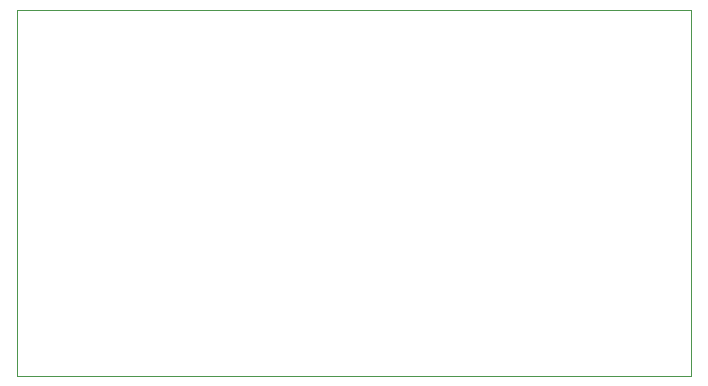
<source format=gbr>
G04 #@! TF.FileFunction,Profile,NP*
%FSLAX46Y46*%
G04 Gerber Fmt 4.6, Leading zero omitted, Abs format (unit mm)*
G04 Created by KiCad (PCBNEW (2016-08-24 BZR 7090, Git 532a5fb)-product) date 10/24/16 18:33:33*
%MOMM*%
%LPD*%
G01*
G04 APERTURE LIST*
%ADD10C,0.100000*%
G04 APERTURE END LIST*
D10*
X189000000Y-97000000D02*
X189000000Y-128000000D01*
X189000000Y-128000000D02*
X132000000Y-128000000D01*
X132000000Y-97000000D02*
X189000000Y-97000000D01*
X132000000Y-128000000D02*
X132000000Y-97000000D01*
M02*

</source>
